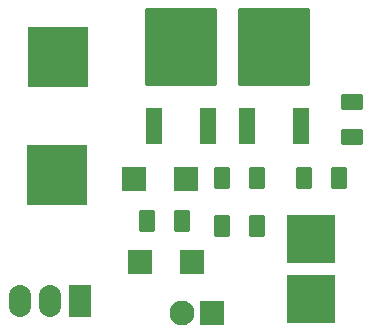
<source format=gts>
G04 Layer: TopSolderMaskLayer*
G04 EasyEDA v6.5.34, 2023-10-05 20:18:03*
G04 Gerber Generator version 0.2*
G04 Scale: 100 percent, Rotated: No, Reflected: No *
G04 Dimensions in millimeters *
G04 leading zeros omitted , absolute positions ,4 integer and 5 decimal *
%FSLAX45Y45*%
%MOMM*%

%AMMACRO1*1,1,$1,$2,$3*1,1,$1,$4,$5*1,1,$1,0-$2,0-$3*1,1,$1,0-$4,0-$5*20,1,$1,$2,$3,$4,$5,0*20,1,$1,$4,$5,0-$2,0-$3,0*20,1,$1,0-$2,0-$3,0-$4,0-$5,0*20,1,$1,0-$4,0-$5,$2,$3,0*4,1,4,$2,$3,$4,$5,0-$2,0-$3,0-$4,0-$5,$2,$3,0*%
%ADD10O,1.9015964X2.7015948*%
%ADD11MACRO1,0.1016X0.9X-1.3X-0.9X-1.3*%
%ADD12MACRO1,0.1016X0.6X1.5X0.6X-1.5*%
%ADD13MACRO1,0.1016X3X3.25X3X-3.25*%
%ADD14MACRO1,0.1016X-2.5X-2.5X-2.5X2.5*%
%ADD15MACRO1,0.1016X0.6038X0.8505X0.6038X-0.8505*%
%ADD16MACRO1,0.1016X-0.6038X0.8505X-0.6038X-0.8505*%
%ADD17MACRO1,0.1016X-0.8505X0.6038X0.8505X0.6038*%
%ADD18MACRO1,0.1016X-0.8505X-0.6038X0.8505X-0.6038*%
%ADD19MACRO1,0.1016X1X-1X-1X-1*%
%ADD20MACRO1,0.102X1X-1X-1X-1*%
%ADD21C,2.1020*%
%ADD22MACRO1,0.102X-2X-2X-2X2*%

%LPD*%
D10*
G01*
X1270000Y11632692D03*
G01*
X1015974Y11633682D03*
D11*
G01*
X1524010Y11632681D03*
D12*
G01*
X2603398Y13115048D03*
G01*
X2146401Y13115048D03*
D13*
G01*
X2374900Y13783551D03*
D12*
G01*
X3390798Y13115048D03*
G01*
X2933801Y13115048D03*
D13*
G01*
X3162300Y13783551D03*
D14*
G01*
X1327147Y12693624D03*
G01*
X1339847Y13696924D03*
D15*
G01*
X2722323Y12674600D03*
D16*
G01*
X3018076Y12674600D03*
D15*
G01*
X2722323Y12268200D03*
D16*
G01*
X3018076Y12268200D03*
D15*
G01*
X3420816Y12674574D03*
D16*
G01*
X3716568Y12674574D03*
D17*
G01*
X3822700Y13022023D03*
D18*
G01*
X3822700Y13317776D03*
D15*
G01*
X2087323Y12306300D03*
D16*
G01*
X2383076Y12306300D03*
D19*
G01*
X2467899Y11963400D03*
G01*
X2027900Y11963400D03*
G01*
X2417099Y12661900D03*
G01*
X1977100Y12661900D03*
D20*
G01*
X2641600Y11531600D03*
D21*
G01*
X2387600Y11531600D03*
D22*
G01*
X3479800Y11645874D03*
G01*
X3479800Y12153874D03*
M02*

</source>
